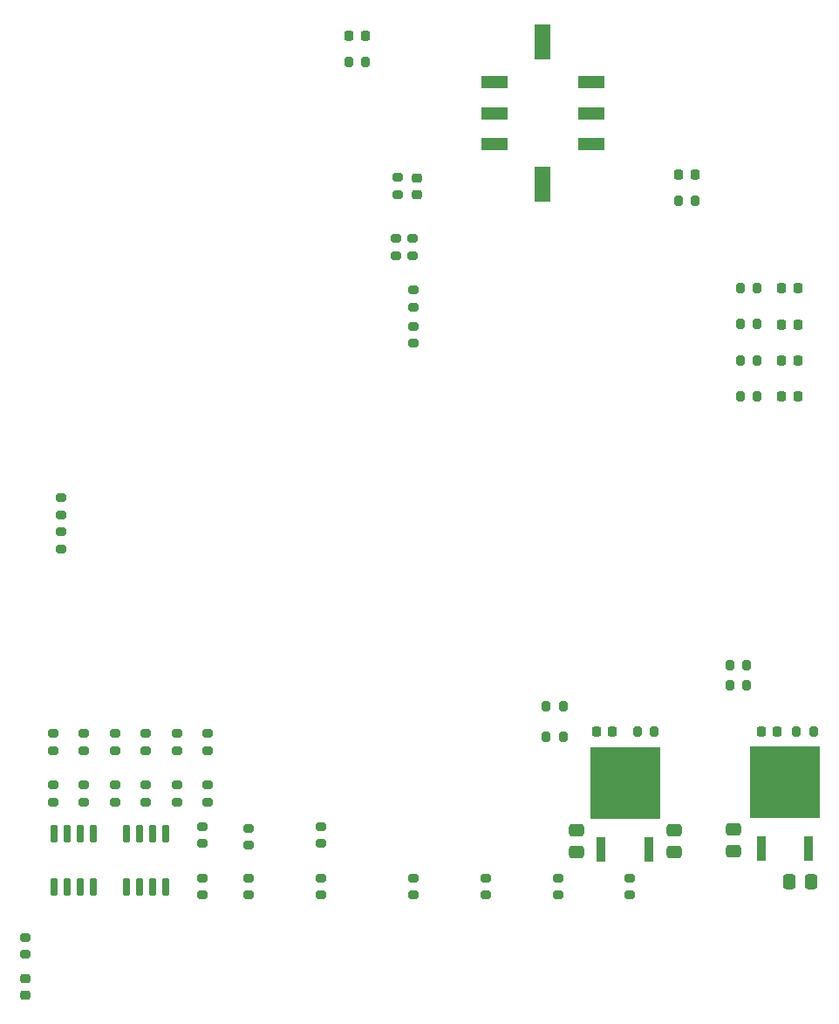
<source format=gbr>
G04 #@! TF.GenerationSoftware,KiCad,Pcbnew,8.0.5*
G04 #@! TF.CreationDate,2024-10-11T01:11:14-05:00*
G04 #@! TF.ProjectId,DAQ,4441512e-6b69-4636-9164-5f7063625858,rev?*
G04 #@! TF.SameCoordinates,Original*
G04 #@! TF.FileFunction,Paste,Top*
G04 #@! TF.FilePolarity,Positive*
%FSLAX46Y46*%
G04 Gerber Fmt 4.6, Leading zero omitted, Abs format (unit mm)*
G04 Created by KiCad (PCBNEW 8.0.5) date 2024-10-11 01:11:14*
%MOMM*%
%LPD*%
G01*
G04 APERTURE LIST*
G04 Aperture macros list*
%AMRoundRect*
0 Rectangle with rounded corners*
0 $1 Rounding radius*
0 $2 $3 $4 $5 $6 $7 $8 $9 X,Y pos of 4 corners*
0 Add a 4 corners polygon primitive as box body*
4,1,4,$2,$3,$4,$5,$6,$7,$8,$9,$2,$3,0*
0 Add four circle primitives for the rounded corners*
1,1,$1+$1,$2,$3*
1,1,$1+$1,$4,$5*
1,1,$1+$1,$6,$7*
1,1,$1+$1,$8,$9*
0 Add four rect primitives between the rounded corners*
20,1,$1+$1,$2,$3,$4,$5,0*
20,1,$1+$1,$4,$5,$6,$7,0*
20,1,$1+$1,$6,$7,$8,$9,0*
20,1,$1+$1,$8,$9,$2,$3,0*%
G04 Aperture macros list end*
%ADD10RoundRect,0.218750X-0.218750X-0.256250X0.218750X-0.256250X0.218750X0.256250X-0.218750X0.256250X0*%
%ADD11RoundRect,0.200000X0.275000X-0.200000X0.275000X0.200000X-0.275000X0.200000X-0.275000X-0.200000X0*%
%ADD12RoundRect,0.200000X0.200000X0.275000X-0.200000X0.275000X-0.200000X-0.275000X0.200000X-0.275000X0*%
%ADD13RoundRect,0.200000X-0.275000X0.200000X-0.275000X-0.200000X0.275000X-0.200000X0.275000X0.200000X0*%
%ADD14RoundRect,0.150000X-0.150000X0.725000X-0.150000X-0.725000X0.150000X-0.725000X0.150000X0.725000X0*%
%ADD15RoundRect,0.218750X-0.256250X0.218750X-0.256250X-0.218750X0.256250X-0.218750X0.256250X0.218750X0*%
%ADD16R,0.939800X2.489200*%
%ADD17R,6.781800X6.934200*%
%ADD18RoundRect,0.200000X-0.200000X-0.275000X0.200000X-0.275000X0.200000X0.275000X-0.200000X0.275000X0*%
%ADD19RoundRect,0.218750X0.218750X0.256250X-0.218750X0.256250X-0.218750X-0.256250X0.218750X-0.256250X0*%
%ADD20RoundRect,0.218750X0.256250X-0.218750X0.256250X0.218750X-0.256250X0.218750X-0.256250X-0.218750X0*%
%ADD21RoundRect,0.250000X0.337500X0.475000X-0.337500X0.475000X-0.337500X-0.475000X0.337500X-0.475000X0*%
%ADD22RoundRect,0.250000X0.475000X-0.337500X0.475000X0.337500X-0.475000X0.337500X-0.475000X-0.337500X0*%
%ADD23R,2.540000X1.270000*%
%ADD24R,1.650000X3.430000*%
G04 APERTURE END LIST*
D10*
X174212500Y-117500000D03*
X175787500Y-117500000D03*
D11*
X124500000Y-128500000D03*
X124500000Y-126850000D03*
X114500000Y-119325000D03*
X114500000Y-117675000D03*
D10*
X158212500Y-117500000D03*
X159787500Y-117500000D03*
D12*
X135825000Y-52500000D03*
X134175000Y-52500000D03*
D13*
X114500000Y-122675000D03*
X114500000Y-124325000D03*
D14*
X109405000Y-127425000D03*
X108135000Y-127425000D03*
X106865000Y-127425000D03*
X105595000Y-127425000D03*
X105595000Y-132575000D03*
X106865000Y-132575000D03*
X108135000Y-132575000D03*
X109405000Y-132575000D03*
D13*
X120500000Y-117675000D03*
X120500000Y-119325000D03*
D12*
X167825000Y-66000000D03*
X166175000Y-66000000D03*
D13*
X111500000Y-117675000D03*
X111500000Y-119325000D03*
D12*
X173825000Y-81460000D03*
X172175000Y-81460000D03*
D13*
X161500000Y-131675000D03*
X161500000Y-133325000D03*
X106300000Y-94800000D03*
X106300000Y-96450000D03*
D15*
X140800000Y-63812500D03*
X140800000Y-65387500D03*
D16*
X158709999Y-128913500D03*
D17*
X161000000Y-122500000D03*
D16*
X163290001Y-128913500D03*
D13*
X140500000Y-131675000D03*
X140500000Y-133325000D03*
D18*
X177675000Y-117500000D03*
X179325000Y-117500000D03*
D14*
X116405000Y-127425000D03*
X115135000Y-127425000D03*
X113865000Y-127425000D03*
X112595000Y-127425000D03*
X112595000Y-132575000D03*
X113865000Y-132575000D03*
X115135000Y-132575000D03*
X116405000Y-132575000D03*
D19*
X177787500Y-85000000D03*
X176212500Y-85000000D03*
D11*
X124500000Y-133325000D03*
X124500000Y-131675000D03*
D16*
X174209999Y-128818000D03*
D17*
X176500000Y-122404500D03*
D16*
X178790001Y-128818000D03*
D13*
X140500000Y-78175000D03*
X140500000Y-79825000D03*
D11*
X102750000Y-139075000D03*
X102750000Y-137425000D03*
X131500000Y-128325000D03*
X131500000Y-126675000D03*
D10*
X134212500Y-50000000D03*
X135787500Y-50000000D03*
D13*
X108500000Y-122675000D03*
X108500000Y-124325000D03*
D12*
X173825000Y-77960000D03*
X172175000Y-77960000D03*
D20*
X102750000Y-143037500D03*
X102750000Y-141462500D03*
D11*
X117500000Y-119325000D03*
X117500000Y-117675000D03*
D13*
X147500000Y-131675000D03*
X147500000Y-133325000D03*
D11*
X140400000Y-71325000D03*
X140400000Y-69675000D03*
D12*
X155000000Y-118000000D03*
X153350000Y-118000000D03*
D19*
X177787500Y-74500000D03*
X176212500Y-74500000D03*
D18*
X162185000Y-117500000D03*
X163835000Y-117500000D03*
D21*
X179037500Y-132000000D03*
X176962500Y-132000000D03*
D11*
X108500000Y-119325000D03*
X108500000Y-117675000D03*
D13*
X140500000Y-74675000D03*
X140500000Y-76325000D03*
D11*
X120000000Y-133325000D03*
X120000000Y-131675000D03*
D22*
X165780000Y-129137500D03*
X165780000Y-127062500D03*
D11*
X105500000Y-119325000D03*
X105500000Y-117675000D03*
D12*
X173825000Y-84960000D03*
X172175000Y-84960000D03*
D13*
X106300000Y-98100000D03*
X106300000Y-99750000D03*
D11*
X138950000Y-65375000D03*
X138950000Y-63725000D03*
D19*
X177787500Y-81500000D03*
X176212500Y-81500000D03*
D13*
X105500000Y-122675000D03*
X105500000Y-124325000D03*
X111500000Y-122675000D03*
X111500000Y-124325000D03*
D10*
X166212500Y-63500000D03*
X167787500Y-63500000D03*
D13*
X138800000Y-69675000D03*
X138800000Y-71325000D03*
D22*
X156280000Y-129137500D03*
X156280000Y-127062500D03*
D12*
X173825000Y-74460000D03*
X172175000Y-74460000D03*
D18*
X153350000Y-115000000D03*
X155000000Y-115000000D03*
D12*
X172825000Y-113000000D03*
X171175000Y-113000000D03*
D18*
X171175000Y-111000000D03*
X172825000Y-111000000D03*
D11*
X131500000Y-133325000D03*
X131500000Y-131675000D03*
D19*
X177787500Y-78000000D03*
X176212500Y-78000000D03*
D13*
X120500000Y-122675000D03*
X120500000Y-124325000D03*
D22*
X171500000Y-129037500D03*
X171500000Y-126962500D03*
D13*
X117500000Y-122675000D03*
X117500000Y-124325000D03*
D23*
X148300000Y-60500000D03*
X148300000Y-57500000D03*
X148300000Y-54500000D03*
X157700000Y-60500000D03*
X157700000Y-57500000D03*
X157700000Y-54500000D03*
D24*
X153000000Y-64385000D03*
X153000000Y-50615000D03*
D11*
X120000000Y-128325000D03*
X120000000Y-126675000D03*
D13*
X154500000Y-131675000D03*
X154500000Y-133325000D03*
M02*

</source>
